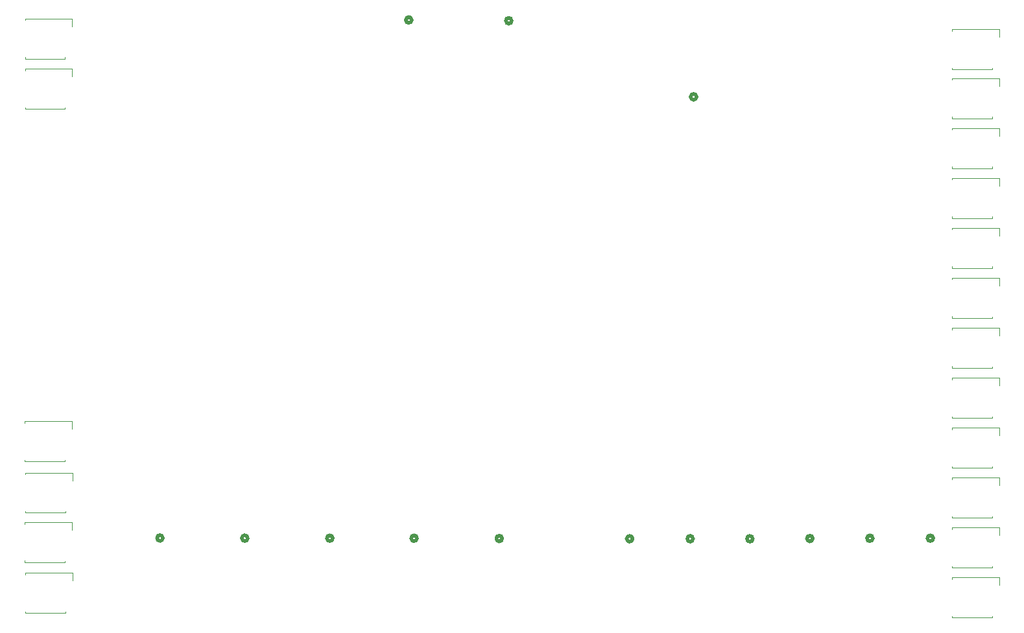
<source format=gbr>
%TF.GenerationSoftware,KiCad,Pcbnew,8.0.3*%
%TF.CreationDate,2025-06-03T03:01:33-07:00*%
%TF.ProjectId,MLU_BreakoutV2,4d4c555f-4272-4656-916b-6f757456322e,rev?*%
%TF.SameCoordinates,Original*%
%TF.FileFunction,Legend,Bot*%
%TF.FilePolarity,Positive*%
%FSLAX46Y46*%
G04 Gerber Fmt 4.6, Leading zero omitted, Abs format (unit mm)*
G04 Created by KiCad (PCBNEW 8.0.3) date 2025-06-03 03:01:33*
%MOMM*%
%LPD*%
G01*
G04 APERTURE LIST*
%ADD10C,0.508000*%
%ADD11C,0.120000*%
G04 APERTURE END LIST*
D10*
%TO.C,J4*%
X177873650Y-61157800D02*
G75*
G02*
X177111650Y-61157800I-381000J0D01*
G01*
X177111650Y-61157800D02*
G75*
G02*
X177873650Y-61157800I381000J0D01*
G01*
%TO.C,J19*%
X178567550Y-128885700D02*
G75*
G02*
X177805550Y-128885700I-381000J0D01*
G01*
X177805550Y-128885700D02*
G75*
G02*
X178567550Y-128885700I381000J0D01*
G01*
%TO.C,J17*%
X189693000Y-128919998D02*
G75*
G02*
X188931000Y-128919998I-381000J0D01*
G01*
X188931000Y-128919998D02*
G75*
G02*
X189693000Y-128919998I381000J0D01*
G01*
%TO.C,J22*%
X238073600Y-128890700D02*
G75*
G02*
X237311600Y-128890700I-381000J0D01*
G01*
X237311600Y-128890700D02*
G75*
G02*
X238073600Y-128890700I381000J0D01*
G01*
%TO.C,J26*%
X206710201Y-128950000D02*
G75*
G02*
X205948201Y-128950000I-381000J0D01*
G01*
X205948201Y-128950000D02*
G75*
G02*
X206710201Y-128950000I381000J0D01*
G01*
%TO.C,J20*%
X145391000Y-128855300D02*
G75*
G02*
X144629000Y-128855300I-381000J0D01*
G01*
X144629000Y-128855300D02*
G75*
G02*
X145391000Y-128855300I381000J0D01*
G01*
%TO.C,J23*%
X245973600Y-128880700D02*
G75*
G02*
X245211600Y-128880700I-381000J0D01*
G01*
X245211600Y-128880700D02*
G75*
G02*
X245973600Y-128880700I381000J0D01*
G01*
%TO.C,J21*%
X230235800Y-128921199D02*
G75*
G02*
X229473800Y-128921199I-381000J0D01*
G01*
X229473800Y-128921199D02*
G75*
G02*
X230235800Y-128921199I381000J0D01*
G01*
%TO.C,J25*%
X222402400Y-128956900D02*
G75*
G02*
X221640400Y-128956900I-381000J0D01*
G01*
X221640400Y-128956900D02*
G75*
G02*
X222402400Y-128956900I381000J0D01*
G01*
%TO.C,J6*%
X214614400Y-128949999D02*
G75*
G02*
X213852400Y-128949999I-381000J0D01*
G01*
X213852400Y-128949999D02*
G75*
G02*
X214614400Y-128949999I381000J0D01*
G01*
%TO.C,J18*%
X156462600Y-128875400D02*
G75*
G02*
X155700600Y-128875400I-381000J0D01*
G01*
X155700600Y-128875400D02*
G75*
G02*
X156462600Y-128875400I381000J0D01*
G01*
%TO.C,J11*%
X167573599Y-128879598D02*
G75*
G02*
X166811599Y-128879598I-381000J0D01*
G01*
X166811599Y-128879598D02*
G75*
G02*
X167573599Y-128879598I381000J0D01*
G01*
%TO.C,J2*%
X190929250Y-61259400D02*
G75*
G02*
X190167250Y-61259400I-381000J0D01*
G01*
X190167250Y-61259400D02*
G75*
G02*
X190929250Y-61259400I381000J0D01*
G01*
%TO.C,J5*%
X215061800Y-71201798D02*
G75*
G02*
X214299800Y-71201798I-381000J0D01*
G01*
X214299800Y-71201798D02*
G75*
G02*
X215061800Y-71201798I381000J0D01*
G01*
D11*
%TO.C,LED29*%
X248440000Y-127494873D02*
X254610000Y-127494873D01*
X248440000Y-127694873D02*
X248440000Y-127494873D01*
X248440000Y-132514873D02*
X248440000Y-132714873D01*
X248440000Y-132714873D02*
X253660000Y-132714873D01*
X253660000Y-132524873D02*
X253660000Y-132714873D01*
X254610000Y-127494873D02*
X254610000Y-128504873D01*
%TO.C,LED34*%
X127450000Y-120332400D02*
X133620000Y-120332400D01*
X127450000Y-120532400D02*
X127450000Y-120332400D01*
X127450000Y-125352400D02*
X127450000Y-125552400D01*
X127450000Y-125552400D02*
X132670000Y-125552400D01*
X132670000Y-125362400D02*
X132670000Y-125552400D01*
X133620000Y-120332400D02*
X133620000Y-121342400D01*
%TO.C,LED27*%
X248440000Y-114449419D02*
X254610000Y-114449419D01*
X248440000Y-114649419D02*
X248440000Y-114449419D01*
X248440000Y-119469419D02*
X248440000Y-119669419D01*
X248440000Y-119669419D02*
X253660000Y-119669419D01*
X253660000Y-119479419D02*
X253660000Y-119669419D01*
X254610000Y-114449419D02*
X254610000Y-115459419D01*
%TO.C,LED33*%
X127372600Y-113619400D02*
X133542600Y-113619400D01*
X127372600Y-113819400D02*
X127372600Y-113619400D01*
X127372600Y-118639400D02*
X127372600Y-118839400D01*
X127372600Y-118839400D02*
X132592600Y-118839400D01*
X132592600Y-118649400D02*
X132592600Y-118839400D01*
X133542600Y-113619400D02*
X133542600Y-114629400D01*
%TO.C,LED32*%
X127398000Y-67543800D02*
X133568000Y-67543800D01*
X127398000Y-67743800D02*
X127398000Y-67543800D01*
X127398000Y-72563800D02*
X127398000Y-72763800D01*
X127398000Y-72763800D02*
X132618000Y-72763800D01*
X132618000Y-72573800D02*
X132618000Y-72763800D01*
X133568000Y-67543800D02*
X133568000Y-68553800D01*
%TO.C,LED22*%
X248440000Y-81835784D02*
X254610000Y-81835784D01*
X248440000Y-82035784D02*
X248440000Y-81835784D01*
X248440000Y-86855784D02*
X248440000Y-87055784D01*
X248440000Y-87055784D02*
X253660000Y-87055784D01*
X253660000Y-86865784D02*
X253660000Y-87055784D01*
X254610000Y-81835784D02*
X254610000Y-82845784D01*
%TO.C,LED30*%
X248440000Y-134017600D02*
X254610000Y-134017600D01*
X248440000Y-134217600D02*
X248440000Y-134017600D01*
X248440000Y-139037600D02*
X248440000Y-139237600D01*
X248440000Y-139237600D02*
X253660000Y-139237600D01*
X253660000Y-139047600D02*
X253660000Y-139237600D01*
X254610000Y-134017600D02*
X254610000Y-135027600D01*
%TO.C,LED20*%
X248440000Y-68790330D02*
X254610000Y-68790330D01*
X248440000Y-68990330D02*
X248440000Y-68790330D01*
X248440000Y-73810330D02*
X248440000Y-74010330D01*
X248440000Y-74010330D02*
X253660000Y-74010330D01*
X253660000Y-73820330D02*
X253660000Y-74010330D01*
X254610000Y-68790330D02*
X254610000Y-69800330D01*
%TO.C,LED36*%
X127450000Y-133432400D02*
X133620000Y-133432400D01*
X127450000Y-133632400D02*
X127450000Y-133432400D01*
X127450000Y-138452400D02*
X127450000Y-138652400D01*
X127450000Y-138652400D02*
X132670000Y-138652400D01*
X132670000Y-138462400D02*
X132670000Y-138652400D01*
X133620000Y-133432400D02*
X133620000Y-134442400D01*
%TO.C,LED24*%
X248440000Y-94881238D02*
X254610000Y-94881238D01*
X248440000Y-95081238D02*
X248440000Y-94881238D01*
X248440000Y-99901238D02*
X248440000Y-100101238D01*
X248440000Y-100101238D02*
X253660000Y-100101238D01*
X253660000Y-99911238D02*
X253660000Y-100101238D01*
X254610000Y-94881238D02*
X254610000Y-95891238D01*
%TO.C,LED25*%
X248440000Y-101403965D02*
X254610000Y-101403965D01*
X248440000Y-101603965D02*
X248440000Y-101403965D01*
X248440000Y-106423965D02*
X248440000Y-106623965D01*
X248440000Y-106623965D02*
X253660000Y-106623965D01*
X253660000Y-106433965D02*
X253660000Y-106623965D01*
X254610000Y-101403965D02*
X254610000Y-102413965D01*
%TO.C,LED28*%
X248440000Y-120972146D02*
X254610000Y-120972146D01*
X248440000Y-121172146D02*
X248440000Y-120972146D01*
X248440000Y-125992146D02*
X248440000Y-126192146D01*
X248440000Y-126192146D02*
X253660000Y-126192146D01*
X253660000Y-126002146D02*
X253660000Y-126192146D01*
X254610000Y-120972146D02*
X254610000Y-121982146D01*
%TO.C,LED26*%
X248440000Y-107926692D02*
X254610000Y-107926692D01*
X248440000Y-108126692D02*
X248440000Y-107926692D01*
X248440000Y-112946692D02*
X248440000Y-113146692D01*
X248440000Y-113146692D02*
X253660000Y-113146692D01*
X253660000Y-112956692D02*
X253660000Y-113146692D01*
X254610000Y-107926692D02*
X254610000Y-108936692D01*
%TO.C,LED23*%
X248440000Y-88358511D02*
X254610000Y-88358511D01*
X248440000Y-88558511D02*
X248440000Y-88358511D01*
X248440000Y-93378511D02*
X248440000Y-93578511D01*
X248440000Y-93578511D02*
X253660000Y-93578511D01*
X253660000Y-93388511D02*
X253660000Y-93578511D01*
X254610000Y-88358511D02*
X254610000Y-89368511D01*
%TO.C,LED31*%
X127398000Y-60993800D02*
X133568000Y-60993800D01*
X127398000Y-61193800D02*
X127398000Y-60993800D01*
X127398000Y-66013800D02*
X127398000Y-66213800D01*
X127398000Y-66213800D02*
X132618000Y-66213800D01*
X132618000Y-66023800D02*
X132618000Y-66213800D01*
X133568000Y-60993800D02*
X133568000Y-62003800D01*
%TO.C,LED35*%
X127372600Y-126802000D02*
X133542600Y-126802000D01*
X127372600Y-127002000D02*
X127372600Y-126802000D01*
X127372600Y-131822000D02*
X127372600Y-132022000D01*
X127372600Y-132022000D02*
X132592600Y-132022000D01*
X132592600Y-131832000D02*
X132592600Y-132022000D01*
X133542600Y-126802000D02*
X133542600Y-127812000D01*
%TO.C,LED19*%
X248429000Y-62387600D02*
X254599000Y-62387600D01*
X248429000Y-62587600D02*
X248429000Y-62387600D01*
X248429000Y-67407600D02*
X248429000Y-67607600D01*
X248429000Y-67607600D02*
X253649000Y-67607600D01*
X253649000Y-67417600D02*
X253649000Y-67607600D01*
X254599000Y-62387600D02*
X254599000Y-63397600D01*
%TO.C,LED21*%
X248440000Y-75313057D02*
X254610000Y-75313057D01*
X248440000Y-75513057D02*
X248440000Y-75313057D01*
X248440000Y-80333057D02*
X248440000Y-80533057D01*
X248440000Y-80533057D02*
X253660000Y-80533057D01*
X253660000Y-80343057D02*
X253660000Y-80533057D01*
X254610000Y-75313057D02*
X254610000Y-76323057D01*
%TD*%
M02*

</source>
